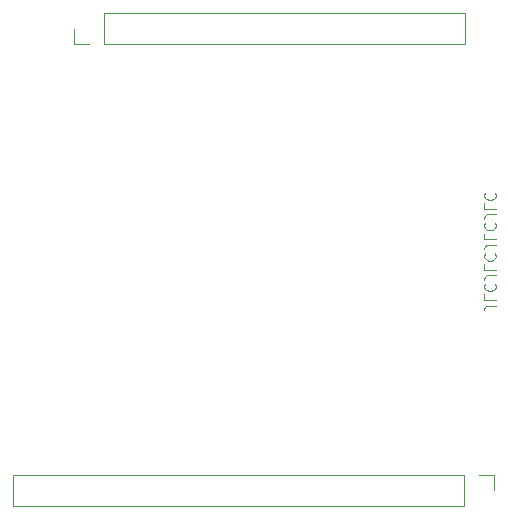
<source format=gbr>
%TF.GenerationSoftware,KiCad,Pcbnew,(6.0.0-0)*%
%TF.CreationDate,2022-01-18T20:37:01-05:00*%
%TF.ProjectId,Modules,4d6f6475-6c65-4732-9e6b-696361645f70,rev?*%
%TF.SameCoordinates,Original*%
%TF.FileFunction,Legend,Bot*%
%TF.FilePolarity,Positive*%
%FSLAX46Y46*%
G04 Gerber Fmt 4.6, Leading zero omitted, Abs format (unit mm)*
G04 Created by KiCad (PCBNEW (6.0.0-0)) date 2022-01-18 20:37:01*
%MOMM*%
%LPD*%
G01*
G04 APERTURE LIST*
%ADD10C,0.100000*%
%ADD11C,0.120000*%
G04 APERTURE END LIST*
D10*
X159647619Y-96694047D02*
X158933333Y-96694047D01*
X158790476Y-96741666D01*
X158695238Y-96836904D01*
X158647619Y-96979761D01*
X158647619Y-97075000D01*
X158647619Y-95741666D02*
X158647619Y-96217857D01*
X159647619Y-96217857D01*
X158742857Y-94836904D02*
X158695238Y-94884523D01*
X158647619Y-95027380D01*
X158647619Y-95122619D01*
X158695238Y-95265476D01*
X158790476Y-95360714D01*
X158885714Y-95408333D01*
X159076190Y-95455952D01*
X159219047Y-95455952D01*
X159409523Y-95408333D01*
X159504761Y-95360714D01*
X159600000Y-95265476D01*
X159647619Y-95122619D01*
X159647619Y-95027380D01*
X159600000Y-94884523D01*
X159552380Y-94836904D01*
X159647619Y-94122619D02*
X158933333Y-94122619D01*
X158790476Y-94170238D01*
X158695238Y-94265476D01*
X158647619Y-94408333D01*
X158647619Y-94503571D01*
X158647619Y-93170238D02*
X158647619Y-93646428D01*
X159647619Y-93646428D01*
X158742857Y-92265476D02*
X158695238Y-92313095D01*
X158647619Y-92455952D01*
X158647619Y-92551190D01*
X158695238Y-92694047D01*
X158790476Y-92789285D01*
X158885714Y-92836904D01*
X159076190Y-92884523D01*
X159219047Y-92884523D01*
X159409523Y-92836904D01*
X159504761Y-92789285D01*
X159600000Y-92694047D01*
X159647619Y-92551190D01*
X159647619Y-92455952D01*
X159600000Y-92313095D01*
X159552380Y-92265476D01*
X159647619Y-91551190D02*
X158933333Y-91551190D01*
X158790476Y-91598809D01*
X158695238Y-91694047D01*
X158647619Y-91836904D01*
X158647619Y-91932142D01*
X158647619Y-90598809D02*
X158647619Y-91075000D01*
X159647619Y-91075000D01*
X158742857Y-89694047D02*
X158695238Y-89741666D01*
X158647619Y-89884523D01*
X158647619Y-89979761D01*
X158695238Y-90122619D01*
X158790476Y-90217857D01*
X158885714Y-90265476D01*
X159076190Y-90313095D01*
X159219047Y-90313095D01*
X159409523Y-90265476D01*
X159504761Y-90217857D01*
X159600000Y-90122619D01*
X159647619Y-89979761D01*
X159647619Y-89884523D01*
X159600000Y-89741666D01*
X159552380Y-89694047D01*
X159647619Y-88979761D02*
X158933333Y-88979761D01*
X158790476Y-89027380D01*
X158695238Y-89122619D01*
X158647619Y-89265476D01*
X158647619Y-89360714D01*
X158647619Y-88027380D02*
X158647619Y-88503571D01*
X159647619Y-88503571D01*
X158742857Y-87122619D02*
X158695238Y-87170238D01*
X158647619Y-87313095D01*
X158647619Y-87408333D01*
X158695238Y-87551190D01*
X158790476Y-87646428D01*
X158885714Y-87694047D01*
X159076190Y-87741666D01*
X159219047Y-87741666D01*
X159409523Y-87694047D01*
X159504761Y-87646428D01*
X159600000Y-87551190D01*
X159647619Y-87408333D01*
X159647619Y-87313095D01*
X159600000Y-87170238D01*
X159552380Y-87122619D01*
D11*
%TO.C,J1*%
X159505000Y-110995000D02*
X158175000Y-110995000D01*
X156905000Y-110995000D02*
X118745000Y-110995000D01*
X156905000Y-113655000D02*
X118745000Y-113655000D01*
X118745000Y-113655000D02*
X118745000Y-110995000D01*
X156905000Y-113655000D02*
X156905000Y-110995000D01*
X159505000Y-112325000D02*
X159505000Y-110995000D01*
%TO.C,JC*%
X157035000Y-71920000D02*
X157035000Y-74580000D01*
X126495000Y-71920000D02*
X157035000Y-71920000D01*
X126495000Y-74580000D02*
X157035000Y-74580000D01*
X123895000Y-74580000D02*
X125225000Y-74580000D01*
X123895000Y-73250000D02*
X123895000Y-74580000D01*
X126495000Y-71920000D02*
X126495000Y-74580000D01*
%TD*%
M02*

</source>
